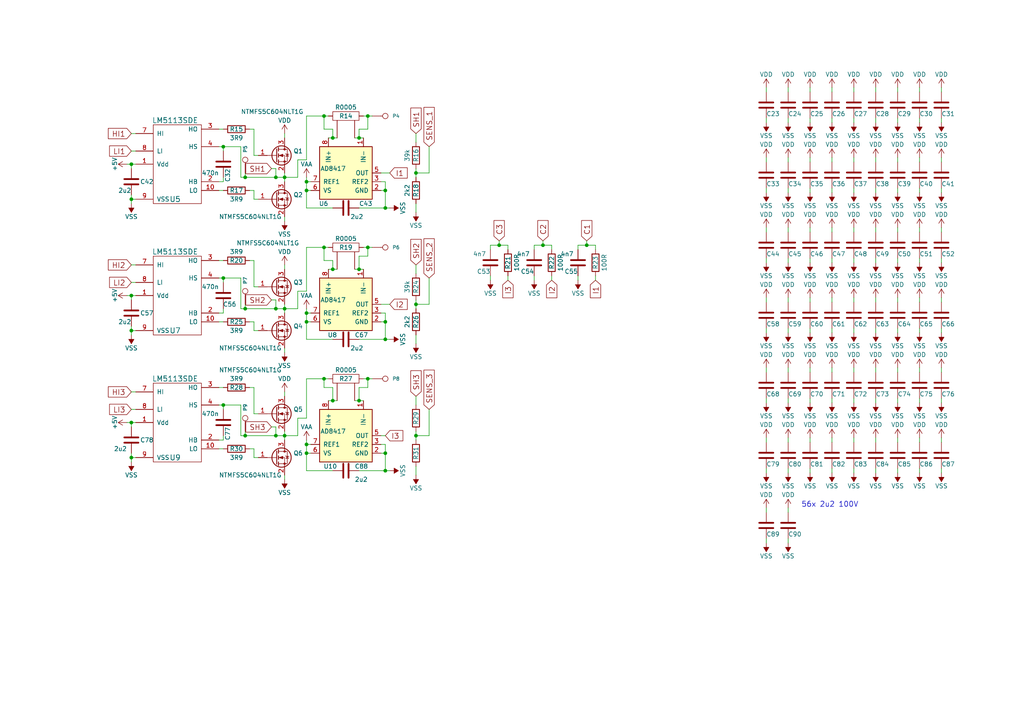
<source format=kicad_sch>
(kicad_sch (version 20211123) (generator eeschema)
  (paper "A4")
  (junction (at 96.52 78.105))
  (junction (at 170.18 71.12))
  (junction (at 106.68 71.755))
  (junction (at 104.14 116.205))
  (junction (at 111.76 98.425))
  (junction (at 82.55 126.365))
  (junction (at 111.76 131.445))
  (junction (at 64.77 80.645))
  (junction (at 106.68 109.855))
  (junction (at 38.1 85.725))
  (junction (at 88.9 131.445))
  (junction (at 38.1 57.785))
  (junction (at 80.01 51.435))
  (junction (at 96.52 40.005))
  (junction (at 82.55 51.435))
  (junction (at 93.98 33.655))
  (junction (at 88.9 90.805))
  (junction (at 120.65 50.165))
  (junction (at 106.68 33.655))
  (junction (at 88.9 93.345))
  (junction (at 80.01 89.535))
  (junction (at 93.98 109.855))
  (junction (at 157.48 71.12))
  (junction (at 38.1 95.885))
  (junction (at 120.65 126.365))
  (junction (at 111.76 55.245))
  (junction (at 71.12 51.435))
  (junction (at 82.55 89.535))
  (junction (at 88.9 52.705))
  (junction (at 38.1 132.715))
  (junction (at 80.01 126.365))
  (junction (at 111.76 93.345))
  (junction (at 111.76 136.525))
  (junction (at 104.14 78.105))
  (junction (at 93.98 71.755))
  (junction (at 120.65 88.265))
  (junction (at 104.14 40.005))
  (junction (at 111.76 60.325))
  (junction (at 38.1 47.625))
  (junction (at 96.52 116.205))
  (junction (at 64.77 42.545))
  (junction (at 38.1 122.555))
  (junction (at 144.78 71.12))
  (junction (at 88.9 128.905))
  (junction (at 71.12 89.535))
  (junction (at 64.77 117.475))
  (junction (at 71.12 126.365))
  (junction (at 88.9 55.245))
  (wire (pts (xy 273.05 26.67) (xy 273.05 25.4)))
  (wire (pts (xy 82.55 51.435) (xy 86.36 51.435)))
  (wire (pts (xy 39.37 132.715) (xy 38.1 132.715)))
  (wire (pts (xy 106.68 109.855) (xy 106.68 112.395)))
  (wire (pts (xy 110.49 88.265) (xy 113.03 88.265)))
  (wire (pts (xy 260.35 107.95) (xy 260.35 106.68)))
  (wire (pts (xy 106.68 109.855) (xy 107.95 109.855)))
  (wire (pts (xy 69.85 89.535) (xy 71.12 89.535)))
  (wire (pts (xy 82.55 139.065) (xy 82.55 137.795)))
  (wire (pts (xy 88.9 136.525) (xy 96.52 136.525)))
  (wire (pts (xy 120.65 86.995) (xy 120.65 88.265)))
  (wire (pts (xy 254 34.29) (xy 254 35.56)))
  (wire (pts (xy 106.68 37.465) (xy 106.68 33.655)))
  (wire (pts (xy 73.66 75.565) (xy 73.66 83.185)))
  (wire (pts (xy 228.6 67.31) (xy 228.6 66.04)))
  (wire (pts (xy 38.1 118.745) (xy 39.37 118.745)))
  (wire (pts (xy 222.25 35.56) (xy 222.25 34.29)))
  (wire (pts (xy 73.66 130.175) (xy 72.39 130.175)))
  (wire (pts (xy 241.3 67.31) (xy 241.3 66.04)))
  (wire (pts (xy 266.7 55.88) (xy 266.7 54.61)))
  (wire (pts (xy 88.9 46.355) (xy 88.9 33.655)))
  (wire (pts (xy 96.52 116.205) (xy 96.52 112.395)))
  (wire (pts (xy 71.12 126.365) (xy 80.01 126.365)))
  (wire (pts (xy 234.95 96.52) (xy 234.95 95.25)))
  (wire (pts (xy 102.87 40.005) (xy 104.14 40.005)))
  (wire (pts (xy 78.74 86.995) (xy 80.01 86.995)))
  (wire (pts (xy 228.6 25.4) (xy 228.6 26.67)))
  (wire (pts (xy 247.65 35.56) (xy 247.65 34.29)))
  (wire (pts (xy 110.49 131.445) (xy 111.76 131.445)))
  (wire (pts (xy 104.14 40.005) (xy 105.41 40.005)))
  (wire (pts (xy 80.01 86.995) (xy 80.01 89.535)))
  (wire (pts (xy 38.1 76.835) (xy 39.37 76.835)))
  (wire (pts (xy 273.05 87.63) (xy 273.05 86.36)))
  (wire (pts (xy 234.95 67.31) (xy 234.95 66.04)))
  (wire (pts (xy 64.77 130.175) (xy 63.5 130.175)))
  (wire (pts (xy 167.64 71.12) (xy 167.64 72.39)))
  (wire (pts (xy 228.6 128.27) (xy 228.6 127)))
  (wire (pts (xy 88.9 121.285) (xy 88.9 109.855)))
  (wire (pts (xy 254 45.72) (xy 254 46.99)))
  (wire (pts (xy 241.3 128.27) (xy 241.3 127)))
  (wire (pts (xy 247.65 26.67) (xy 247.65 25.4)))
  (wire (pts (xy 105.41 109.855) (xy 106.68 109.855)))
  (wire (pts (xy 228.6 76.2) (xy 228.6 74.93)))
  (wire (pts (xy 88.9 131.445) (xy 88.9 136.525)))
  (wire (pts (xy 104.14 60.325) (xy 111.76 60.325)))
  (wire (pts (xy 273.05 135.89) (xy 273.05 137.16)))
  (wire (pts (xy 86.36 46.355) (xy 88.9 46.355)))
  (wire (pts (xy 38.1 86.995) (xy 38.1 85.725)))
  (wire (pts (xy 222.25 86.36) (xy 222.25 87.63)))
  (wire (pts (xy 63.5 90.805) (xy 64.77 90.805)))
  (wire (pts (xy 82.55 126.365) (xy 86.36 126.365)))
  (wire (pts (xy 36.83 122.555) (xy 38.1 122.555)))
  (wire (pts (xy 63.5 117.475) (xy 64.77 117.475)))
  (wire (pts (xy 63.5 52.705) (xy 64.77 52.705)))
  (wire (pts (xy 64.77 90.805) (xy 64.77 89.535)))
  (wire (pts (xy 71.12 88.265) (xy 71.12 89.535)))
  (wire (pts (xy 90.17 52.705) (xy 88.9 52.705)))
  (wire (pts (xy 120.65 50.165) (xy 120.65 51.435)))
  (wire (pts (xy 228.6 137.16) (xy 228.6 135.89)))
  (wire (pts (xy 234.95 45.72) (xy 234.95 46.99)))
  (wire (pts (xy 73.66 95.885) (xy 73.66 93.345)))
  (wire (pts (xy 64.77 80.645) (xy 69.85 80.645)))
  (wire (pts (xy 82.55 102.235) (xy 82.55 100.965)))
  (wire (pts (xy 120.65 126.365) (xy 120.65 127.635)))
  (wire (pts (xy 110.49 126.365) (xy 111.76 126.365)))
  (wire (pts (xy 73.66 112.395) (xy 73.66 120.015)))
  (wire (pts (xy 73.66 37.465) (xy 72.39 37.465)))
  (wire (pts (xy 93.98 33.655) (xy 95.25 33.655)))
  (wire (pts (xy 266.7 74.93) (xy 266.7 76.2)))
  (wire (pts (xy 120.65 38.735) (xy 120.65 41.275)))
  (wire (pts (xy 38.1 81.915) (xy 39.37 81.915)))
  (wire (pts (xy 222.25 26.67) (xy 222.25 25.4)))
  (wire (pts (xy 73.66 83.185) (xy 74.93 83.185)))
  (wire (pts (xy 104.14 78.105) (xy 105.41 78.105)))
  (wire (pts (xy 120.65 126.365) (xy 124.46 126.365)))
  (wire (pts (xy 86.36 89.535) (xy 86.36 84.455)))
  (wire (pts (xy 260.35 55.88) (xy 260.35 54.61)))
  (wire (pts (xy 73.66 120.015) (xy 74.93 120.015)))
  (wire (pts (xy 241.3 35.56) (xy 241.3 34.29)))
  (wire (pts (xy 69.85 42.545) (xy 69.85 51.435)))
  (wire (pts (xy 157.48 69.85) (xy 157.48 71.12)))
  (wire (pts (xy 88.9 84.455) (xy 88.9 71.755)))
  (wire (pts (xy 102.87 78.105) (xy 104.14 78.105)))
  (wire (pts (xy 63.5 42.545) (xy 64.77 42.545)))
  (wire (pts (xy 90.17 55.245) (xy 88.9 55.245)))
  (wire (pts (xy 38.1 85.725) (xy 39.37 85.725)))
  (wire (pts (xy 39.37 57.785) (xy 38.1 57.785)))
  (wire (pts (xy 104.14 116.205) (xy 105.41 116.205)))
  (wire (pts (xy 144.78 69.85) (xy 144.78 71.12)))
  (wire (pts (xy 96.52 78.105) (xy 96.52 75.565)))
  (wire (pts (xy 228.6 157.48) (xy 228.6 156.21)))
  (wire (pts (xy 104.14 112.395) (xy 104.14 116.205)))
  (wire (pts (xy 247.65 86.36) (xy 247.65 87.63)))
  (wire (pts (xy 120.65 48.895) (xy 120.65 50.165)))
  (wire (pts (xy 228.6 34.29) (xy 228.6 35.56)))
  (wire (pts (xy 160.02 71.12) (xy 160.02 72.39)))
  (wire (pts (xy 88.9 90.805) (xy 88.9 93.345)))
  (wire (pts (xy 247.65 74.93) (xy 247.65 76.2)))
  (wire (pts (xy 241.3 137.16) (xy 241.3 135.89)))
  (wire (pts (xy 144.78 71.12) (xy 147.32 71.12)))
  (wire (pts (xy 38.1 95.885) (xy 39.37 95.885)))
  (wire (pts (xy 104.14 78.105) (xy 104.14 74.295)))
  (wire (pts (xy 82.55 113.665) (xy 82.55 114.935)))
  (wire (pts (xy 86.36 126.365) (xy 86.36 121.285)))
  (wire (pts (xy 88.9 52.705) (xy 88.9 55.245)))
  (wire (pts (xy 38.1 113.665) (xy 39.37 113.665)))
  (wire (pts (xy 241.3 26.67) (xy 241.3 25.4)))
  (wire (pts (xy 82.55 62.865) (xy 82.55 64.135)))
  (wire (pts (xy 266.7 46.99) (xy 266.7 45.72)))
  (wire (pts (xy 247.65 55.88) (xy 247.65 54.61)))
  (wire (pts (xy 241.3 46.99) (xy 241.3 45.72)))
  (wire (pts (xy 228.6 107.95) (xy 228.6 106.68)))
  (wire (pts (xy 254 115.57) (xy 254 116.84)))
  (wire (pts (xy 142.24 71.12) (xy 144.78 71.12)))
  (wire (pts (xy 222.25 148.59) (xy 222.25 147.32)))
  (wire (pts (xy 106.68 112.395) (xy 104.14 112.395)))
  (wire (pts (xy 170.18 69.85) (xy 170.18 71.12)))
  (wire (pts (xy 222.25 74.93) (xy 222.25 76.2)))
  (wire (pts (xy 247.65 128.27) (xy 247.65 127)))
  (wire (pts (xy 124.46 88.265) (xy 120.65 88.265)))
  (wire (pts (xy 154.94 71.12) (xy 157.48 71.12)))
  (wire (pts (xy 260.35 26.67) (xy 260.35 25.4)))
  (wire (pts (xy 222.25 45.72) (xy 222.25 46.99)))
  (wire (pts (xy 254 106.68) (xy 254 107.95)))
  (wire (pts (xy 73.66 57.785) (xy 73.66 55.245)))
  (wire (pts (xy 222.25 107.95) (xy 222.25 106.68)))
  (wire (pts (xy 234.95 116.84) (xy 234.95 115.57)))
  (wire (pts (xy 82.55 88.265) (xy 82.55 89.535)))
  (wire (pts (xy 124.46 50.165) (xy 124.46 42.545)))
  (wire (pts (xy 254 76.2) (xy 254 74.93)))
  (wire (pts (xy 86.36 51.435) (xy 86.36 46.355)))
  (wire (pts (xy 157.48 71.12) (xy 160.02 71.12)))
  (wire (pts (xy 234.95 107.95) (xy 234.95 106.68)))
  (wire (pts (xy 73.66 132.715) (xy 73.66 130.175)))
  (wire (pts (xy 111.76 55.245) (xy 111.76 60.325)))
  (wire (pts (xy 260.35 87.63) (xy 260.35 86.36)))
  (wire (pts (xy 73.66 75.565) (xy 72.39 75.565)))
  (wire (pts (xy 104.14 98.425) (xy 111.76 98.425)))
  (wire (pts (xy 95.25 40.005) (xy 96.52 40.005)))
  (wire (pts (xy 96.52 116.205) (xy 97.79 116.205)))
  (wire (pts (xy 260.35 96.52) (xy 260.35 95.25)))
  (wire (pts (xy 88.9 128.905) (xy 88.9 131.445)))
  (wire (pts (xy 106.68 74.295) (xy 106.68 71.755)))
  (wire (pts (xy 63.5 55.245) (xy 64.77 55.245)))
  (wire (pts (xy 82.55 126.365) (xy 82.55 127.635)))
  (wire (pts (xy 234.95 76.2) (xy 234.95 74.93)))
  (wire (pts (xy 260.35 46.99) (xy 260.35 45.72)))
  (wire (pts (xy 254 96.52) (xy 254 95.25)))
  (wire (pts (xy 64.77 117.475) (xy 64.77 118.745)))
  (wire (pts (xy 63.5 37.465) (xy 64.77 37.465)))
  (wire (pts (xy 64.77 42.545) (xy 69.85 42.545)))
  (wire (pts (xy 120.65 59.055) (xy 120.65 61.595)))
  (wire (pts (xy 63.5 112.395) (xy 64.77 112.395)))
  (wire (pts (xy 124.46 80.645) (xy 124.46 88.265)))
  (wire (pts (xy 93.98 112.395) (xy 93.98 109.855)))
  (wire (pts (xy 273.05 106.68) (xy 273.05 107.95)))
  (wire (pts (xy 228.6 116.84) (xy 228.6 115.57)))
  (wire (pts (xy 82.55 89.535) (xy 86.36 89.535)))
  (wire (pts (xy 88.9 60.325) (xy 96.52 60.325)))
  (wire (pts (xy 63.5 80.645) (xy 64.77 80.645)))
  (wire (pts (xy 71.12 50.165) (xy 71.12 51.435)))
  (wire (pts (xy 228.6 96.52) (xy 228.6 95.25)))
  (wire (pts (xy 88.9 71.755) (xy 93.98 71.755)))
  (wire (pts (xy 36.83 47.625) (xy 38.1 47.625)))
  (wire (pts (xy 69.85 117.475) (xy 69.85 126.365)))
  (wire (pts (xy 147.32 80.01) (xy 147.32 81.28)))
  (wire (pts (xy 63.5 93.345) (xy 64.77 93.345)))
  (wire (pts (xy 260.35 35.56) (xy 260.35 34.29)))
  (wire (pts (xy 222.25 54.61) (xy 222.25 55.88)))
  (wire (pts (xy 266.7 106.68) (xy 266.7 107.95)))
  (wire (pts (xy 106.68 33.655) (xy 107.95 33.655)))
  (wire (pts (xy 95.25 116.205) (xy 96.52 116.205)))
  (wire (pts (xy 38.1 47.625) (xy 39.37 47.625)))
  (wire (pts (xy 96.52 40.005) (xy 96.52 37.465)))
  (wire (pts (xy 73.66 112.395) (xy 72.39 112.395)))
  (wire (pts (xy 273.05 35.56) (xy 273.05 34.29)))
  (wire (pts (xy 160.02 80.01) (xy 160.02 81.28)))
  (wire (pts (xy 64.77 75.565) (xy 63.5 75.565)))
  (wire (pts (xy 105.41 71.755) (xy 106.68 71.755)))
  (wire (pts (xy 104.14 74.295) (xy 106.68 74.295)))
  (wire (pts (xy 82.55 89.535) (xy 82.55 90.805)))
  (wire (pts (xy 64.77 52.705) (xy 64.77 51.435)))
  (wire (pts (xy 234.95 128.27) (xy 234.95 127)))
  (wire (pts (xy 96.52 78.105) (xy 95.25 78.105)))
  (wire (pts (xy 273.05 55.88) (xy 273.05 54.61)))
  (wire (pts (xy 78.74 123.825) (xy 80.01 123.825)))
  (wire (pts (xy 104.14 40.005) (xy 104.14 37.465)))
  (wire (pts (xy 80.01 48.895) (xy 80.01 51.435)))
  (wire (pts (xy 69.85 126.365) (xy 71.12 126.365)))
  (wire (pts (xy 63.5 127.635) (xy 64.77 127.635)))
  (wire (pts (xy 154.94 80.01) (xy 154.94 81.28)))
  (wire (pts (xy 78.74 48.895) (xy 80.01 48.895)))
  (wire (pts (xy 266.7 26.67) (xy 266.7 25.4)))
  (wire (pts (xy 247.65 46.99) (xy 247.65 45.72)))
  (wire (pts (xy 96.52 40.005) (xy 97.79 40.005)))
  (wire (pts (xy 167.64 80.01) (xy 167.64 81.28)))
  (wire (pts (xy 111.76 60.325) (xy 113.03 60.325)))
  (wire (pts (xy 228.6 87.63) (xy 228.6 86.36)))
  (wire (pts (xy 234.95 137.16) (xy 234.95 135.89)))
  (wire (pts (xy 88.9 89.535) (xy 88.9 90.805)))
  (wire (pts (xy 36.83 85.725) (xy 38.1 85.725)))
  (wire (pts (xy 260.35 128.27) (xy 260.35 127)))
  (wire (pts (xy 247.65 66.04) (xy 247.65 67.31)))
  (wire (pts (xy 80.01 126.365) (xy 82.55 126.365)))
  (wire (pts (xy 234.95 87.63) (xy 234.95 86.36)))
  (wire (pts (xy 234.95 26.67) (xy 234.95 25.4)))
  (wire (pts (xy 111.76 98.425) (xy 111.76 93.345)))
  (wire (pts (xy 88.9 128.905) (xy 90.17 128.905)))
  (wire (pts (xy 260.35 76.2) (xy 260.35 74.93)))
  (wire (pts (xy 110.49 93.345) (xy 111.76 93.345)))
  (wire (pts (xy 266.7 115.57) (xy 266.7 116.84)))
  (wire (pts (xy 111.76 136.525) (xy 113.03 136.525)))
  (wire (pts (xy 86.36 84.455) (xy 88.9 84.455)))
  (wire (pts (xy 71.12 125.095) (xy 71.12 126.365)))
  (wire (pts (xy 86.36 121.285) (xy 88.9 121.285)))
  (wire (pts (xy 266.7 66.04) (xy 266.7 67.31)))
  (wire (pts (xy 82.55 76.835) (xy 82.55 78.105)))
  (wire (pts (xy 82.55 51.435) (xy 82.55 52.705)))
  (wire (pts (xy 228.6 148.59) (xy 228.6 147.32)))
  (wire (pts (xy 38.1 43.815) (xy 39.37 43.815)))
  (wire (pts (xy 82.55 50.165) (xy 82.55 51.435)))
  (wire (pts (xy 111.76 131.445) (xy 111.76 128.905)))
  (wire (pts (xy 273.05 96.52) (xy 273.05 95.25)))
  (wire (pts (xy 64.77 81.915) (xy 64.77 80.645)))
  (wire (pts (xy 266.7 87.63) (xy 266.7 86.36)))
  (wire (pts (xy 111.76 55.245) (xy 110.49 55.245)))
  (wire (pts (xy 106.68 71.755) (xy 107.95 71.755)))
  (wire (pts (xy 222.25 116.84) (xy 222.25 115.57)))
  (wire (pts (xy 82.55 38.735) (xy 82.55 40.005)))
  (wire (pts (xy 111.76 136.525) (xy 111.76 131.445)))
  (wire (pts (xy 111.76 128.905) (xy 110.49 128.905)))
  (wire (pts (xy 96.52 37.465) (xy 93.98 37.465)))
  (wire (pts (xy 247.65 107.95) (xy 247.65 106.68)))
  (wire (pts (xy 222.25 128.27) (xy 222.25 127)))
  (wire (pts (xy 64.77 127.635) (xy 64.77 126.365)))
  (wire (pts (xy 241.3 87.63) (xy 241.3 86.36)))
  (wire (pts (xy 120.65 135.255) (xy 120.65 137.795)))
  (wire (pts (xy 222.25 157.48) (xy 222.25 156.21)))
  (wire (pts (xy 73.66 132.715) (xy 74.93 132.715)))
  (wire (pts (xy 273.05 76.2) (xy 273.05 74.93)))
  (wire (pts (xy 97.79 78.105) (xy 96.52 78.105)))
  (wire (pts (xy 120.65 97.155) (xy 120.65 99.695)))
  (wire (pts (xy 93.98 109.855) (xy 95.25 109.855)))
  (wire (pts (xy 142.24 72.39) (xy 142.24 71.12)))
  (wire (pts (xy 222.25 137.16) (xy 222.25 135.89)))
  (wire (pts (xy 73.66 55.245) (xy 72.39 55.245)))
  (wire (pts (xy 73.66 45.085) (xy 74.93 45.085)))
  (wire (pts (xy 38.1 94.615) (xy 38.1 95.885)))
  (wire (pts (xy 241.3 96.52) (xy 241.3 95.25)))
  (wire (pts (xy 71.12 51.435) (xy 80.01 51.435)))
  (wire (pts (xy 110.49 50.165) (xy 113.03 50.165)))
  (wire (pts (xy 82.55 125.095) (xy 82.55 126.365)))
  (wire (pts (xy 73.66 57.785) (xy 74.93 57.785)))
  (wire (pts (xy 260.35 116.84) (xy 260.35 115.57)))
  (wire (pts (xy 38.1 95.885) (xy 38.1 97.155)))
  (wire (pts (xy 38.1 48.895) (xy 38.1 47.625)))
  (wire (pts (xy 254 87.63) (xy 254 86.36)))
  (wire (pts (xy 96.52 75.565) (xy 93.98 75.565)))
  (wire (pts (xy 38.1 123.825) (xy 38.1 122.555)))
  (wire (pts (xy 105.41 33.655) (xy 106.68 33.655)))
  (wire (pts (xy 228.6 46.99) (xy 228.6 45.72)))
  (wire (pts (xy 88.9 55.245) (xy 88.9 60.325)))
  (wire (pts (xy 38.1 56.515) (xy 38.1 57.785)))
  (wire (pts (xy 260.35 67.31) (xy 260.35 66.04)))
  (wire (pts (xy 120.65 88.265) (xy 120.65 89.535)))
  (wire (pts (xy 254 54.61) (xy 254 55.88)))
  (wire (pts (xy 38.1 38.735) (xy 39.37 38.735)))
  (wire (pts (xy 88.9 98.425) (xy 96.52 98.425)))
  (wire (pts (xy 93.98 75.565) (xy 93.98 71.755)))
  (wire (pts (xy 93.98 71.755) (xy 95.25 71.755)))
  (wire (pts (xy 38.1 132.715) (xy 38.1 133.985)))
  (wire (pts (xy 88.9 93.345) (xy 90.17 93.345)))
  (wire (pts (xy 172.72 72.39) (xy 172.72 71.12)))
  (wire (pts (xy 234.95 35.56) (xy 234.95 34.29)))
  (wire (pts (xy 142.24 80.01) (xy 142.24 81.28)))
  (wire (pts (xy 266.7 35.56) (xy 266.7 34.29)))
  (wire (pts (xy 254 67.31) (xy 254 66.04)))
  (wire (pts (xy 80.01 123.825) (xy 80.01 126.365)))
  (wire (pts (xy 73.66 95.885) (xy 74.93 95.885)))
  (wire (pts (xy 80.01 51.435) (xy 82.55 51.435)))
  (wire (pts (xy 273.05 66.04) (xy 273.05 67.31)))
  (wire (pts (xy 124.46 126.365) (xy 124.46 118.745)))
  (wire (pts (xy 102.87 116.205) (xy 104.14 116.205)))
  (wire (pts (xy 69.85 51.435) (xy 71.12 51.435)))
  (wire (pts (xy 38.1 131.445) (xy 38.1 132.715)))
  (wire (pts (xy 241.3 116.84) (xy 241.3 115.57)))
  (wire (pts (xy 38.1 57.785) (xy 38.1 59.055)))
  (wire (pts (xy 222.25 95.25) (xy 222.25 96.52)))
  (wire (pts (xy 88.9 33.655) (xy 93.98 33.655)))
  (wire (pts (xy 111.76 52.705) (xy 111.76 55.245)))
  (wire (pts (xy 120.65 114.935) (xy 120.65 117.475)))
  (wire (pts (xy 111.76 98.425) (xy 113.03 98.425)))
  (wire (pts (xy 111.76 93.345) (xy 111.76 90.805)))
  (wire (pts (xy 273.05 127) (xy 273.05 128.27)))
  (wire (pts (xy 228.6 55.88) (xy 228.6 54.61)))
  (wire (pts (xy 88.9 109.855) (xy 93.98 109.855)))
  (wire (pts (xy 273.05 46.99) (xy 273.05 45.72)))
  (wire (pts (xy 266.7 127) (xy 266.7 128.27)))
  (wire (pts (xy 111.76 52.705) (xy 110.49 52.705)))
  (wire (pts (xy 73.66 93.345) (xy 72.39 93.345)))
  (wire (pts (xy 172.72 71.12) (xy 170.18 71.12)))
  (wire (pts (xy 273.05 115.57) (xy 273.05 116.84)))
  (wire (pts (xy 234.95 54.61) (xy 234.95 55.88)))
  (wire (pts (xy 104.14 136.525) (xy 111.76 136.525)))
  (wire (pts (xy 254 135.89) (xy 254 137.16)))
  (wire (pts (xy 247.65 95.25) (xy 247.65 96.52)))
  (wire (pts (xy 247.65 137.16) (xy 247.65 135.89)))
  (wire (pts (xy 147.32 71.12) (xy 147.32 72.39)))
  (wire (pts (xy 254 25.4) (xy 254 26.67)))
  (wire (pts (xy 88.9 131.445) (xy 90.17 131.445)))
  (wire (pts (xy 172.72 81.28) (xy 172.72 80.01)))
  (wire (pts (xy 266.7 135.89) (xy 266.7 137.16)))
  (wire (pts (xy 69.85 80.645) (xy 69.85 89.535)))
  (wire (pts (xy 88.9 127.635) (xy 88.9 128.905)))
  (wire (pts (xy 260.35 137.16) (xy 260.35 135.89)))
  (wire (pts (xy 64.77 42.545) (xy 64.77 43.815)))
  (wire (pts (xy 241.3 107.95) (xy 241.3 106.68)))
  (wire (pts (xy 222.25 66.04) (xy 222.25 67.31)))
  (wire (pts (xy 88.9 90.805) (xy 90.17 90.805)))
  (wire (pts (xy 120.65 76.835) (xy 120.65 79.375)))
  (wire (pts (xy 88.9 93.345) (xy 88.9 98.425)))
  (wire (pts (xy 154.94 72.39) (xy 154.94 71.12)))
  (wire (pts (xy 170.18 71.12) (xy 167.64 71.12)))
  (wire (pts (xy 247.65 116.84) (xy 247.65 115.57)))
  (wire (pts (xy 80.01 89.535) (xy 82.55 89.535)))
  (wire (pts (xy 266.7 96.52) (xy 266.7 95.25)))
  (wire (pts (xy 38.1 122.555) (xy 39.37 122.555)))
  (wire (pts (xy 88.9 51.435) (xy 88.9 52.705)))
  (wire (pts (xy 111.76 90.805) (xy 110.49 90.805)))
  (wire (pts (xy 104.14 37.465) (xy 106.68 37.465)))
  (wire (pts (xy 120.65 50.165) (xy 124.46 50.165)))
  (wire (pts (xy 64.77 117.475) (xy 69.85 117.475)))
  (wire (pts (xy 120.65 125.095) (xy 120.65 126.365)))
  (wire (pts (xy 93.98 37.465) (xy 93.98 33.655)))
  (wire (pts (xy 254 127) (xy 254 128.27)))
  (wire (pts (xy 241.3 76.2) (xy 241.3 74.93)))
  (wire (pts (xy 96.52 112.395) (xy 93.98 112.395)))
  (wire (pts (xy 241.3 55.88) (xy 241.3 54.61)))
  (wire (pts (xy 71.12 89.535) (xy 80.01 89.535)))
  (wire (pts (xy 73.66 37.465) (xy 73.66 45.085)))
  (text "56x 2u2 100V" (at 232.41 147.32 0) (effects (font (size 1.524 1.524)) (justify left bottom)))
  (global_label "LI3" (shape input) (at 38.1 118.745 180) (effects (font (size 1.524 1.524))) (property "Intersheet References" "${INTERSHEET_REFS}" (effects hide)))
  (global_label "HI1" (shape input) (at 38.1 38.735 180) (effects (font (size 1.524 1.524))) (property "Intersheet References" "${INTERSHEET_REFS}" (effects hide)))
  (global_label "SH1" (shape input) (at 120.65 38.735 90) (effects (font (size 1.524 1.524))) (property "Intersheet References" "${INTERSHEET_REFS}" (effects hide)))
  (global_label "I3" (shape input) (at 147.32 81.28 270) (effects (font (size 1.524 1.524))) (property "Intersheet References" "${INTERSHEET_REFS}" (effects hide)))
  (global_label "I2" (shape input) (at 113.03 88.265 0) (effects (font (size 1.524 1.524))) (property "Intersheet References" "${INTERSHEET_REFS}" (effects hide)))
  (global_label "HI2" (shape input) (at 38.1 76.835 180) (effects (font (size 1.524 1.524))) (property "Intersheet References" "${INTERSHEET_REFS}" (effects hide)))
  (global_label "C3" (shape input) (at 144.78 69.85 90) (effects (font (size 1.524 1.524))) (property "Intersheet References" "${INTERSHEET_REFS}" (effects hide)))
  (global_label "I1" (shape input) (at 172.72 81.28 270) (effects (font (size 1.524 1.524))) (property "Intersheet References" "${INTERSHEET_REFS}" (effects hide)))
  (global_label "SH2" (shape input) (at 120.65 76.835 90) (effects (font (size 1.524 1.524))) (property "Intersheet References" "${INTERSHEET_REFS}" (effects hide)))
  (global_label "C1" (shape input) (at 170.18 69.85 90) (effects (font (size 1.524 1.524))) (property "Intersheet References" "${INTERSHEET_REFS}" (effects hide)))
  (global_label "HI3" (shape input) (at 38.1 113.665 180) (effects (font (size 1.524 1.524))) (property "Intersheet References" "${INTERSHEET_REFS}" (effects hide)))
  (global_label "SH3" (shape input) (at 120.65 114.935 90) (effects (font (size 1.524 1.524))) (property "Intersheet References" "${INTERSHEET_REFS}" (effects hide)))
  (global_label "LI1" (shape input) (at 38.1 43.815 180) (effects (font (size 1.524 1.524))) (property "Intersheet References" "${INTERSHEET_REFS}" (effects hide)))
  (global_label "I2" (shape input) (at 160.02 81.28 270) (effects (font (size 1.524 1.524))) (property "Intersheet References" "${INTERSHEET_REFS}" (effects hide)))
  (global_label "LI2" (shape input) (at 38.1 81.915 180) (effects (font (size 1.524 1.524))) (property "Intersheet References" "${INTERSHEET_REFS}" (effects hide)))
  (global_label "SH3" (shape input) (at 78.74 123.825 180) (effects (font (size 1.524 1.524))) (property "Intersheet References" "${INTERSHEET_REFS}" (effects hide)))
  (global_label "SENS_1" (shape input) (at 124.46 42.545 90) (effects (font (size 1.524 1.524))) (property "Intersheet References" "${INTERSHEET_REFS}" (effects hide)))
  (global_label "SH1" (shape input) (at 78.74 48.895 180) (effects (font (size 1.524 1.524))) (property "Intersheet References" "${INTERSHEET_REFS}" (effects hide)))
  (global_label "I1" (shape input) (at 113.03 50.165 0) (effects (font (size 1.524 1.524))) (property "Intersheet References" "${INTERSHEET_REFS}" (effects hide)))
  (global_label "I3" (shape input) (at 111.76 126.365 0) (effects (font (size 1.524 1.524))) (property "Intersheet References" "${INTERSHEET_REFS}" (effects hide)))
  (global_label "SENS_2" (shape input) (at 124.46 80.645 90) (effects (font (size 1.524 1.524))) (property "Intersheet References" "${INTERSHEET_REFS}" (effects hide)))
  (global_label "SENS_3" (shape input) (at 124.46 118.745 90) (effects (font (size 1.524 1.524))) (property "Intersheet References" "${INTERSHEET_REFS}" (effects hide)))
  (global_label "C2" (shape input) (at 157.48 69.85 90) (effects (font (size 1.524 1.524))) (property "Intersheet References" "${INTERSHEET_REFS}" (effects hide)))
  (global_label "SH2" (shape input) (at 78.74 86.995 180) (effects (font (size 1.524 1.524))) (property "Intersheet References" "${INTERSHEET_REFS}" (effects hide)))
  (symbol (lib_id "power:+5V") (at 36.83 85.725 90) (unit 1)
    (property "Reference" "#PWR0159" (effects hide))
    (property "Value" "+5V" (at 33.274 85.725 0))
  )
  (symbol (lib_id "power:+5V") (at 36.83 47.625 90) (unit 1)
    (property "Reference" "#PWR0163" (effects hide))
    (property "Value" "+5V" (at 33.274 47.625 0))
  )
  (symbol (lib_id "power:VDD") (at 241.3 127 0) (unit 1)
    (property "Reference" "#PWR0259" (effects hide))
    (property "Value" "VDD" (at 241.3 123.19 0))
  )
  (symbol (lib_id "power:VDD") (at 273.05 66.04 0) (unit 1)
    (property "Reference" "#PWR0190" (effects hide))
    (property "Value" "VDD" (at 273.05 62.23 0))
  )
  (symbol (lib_id "Device:C") (at 228.6 50.8 0) (unit 1)
    (property "Reference" "C34" (at 228.6 53.34 0) (effects (justify left)))
    (property "Value" "C" (effects hide))
    (property "Footprint" "Resistors_SMD:R_1206" (effects hide))
  )
  (symbol (lib_id "power:VSS") (at 113.03 98.425 270) (unit 1)
    (property "Reference" "#PWR0282" (effects hide))
    (property "Value" "VSS" (at 116.84 98.425 0))
  )
  (symbol (lib_id "power:VDD") (at 247.65 127 0) (unit 1)
    (property "Reference" "#PWR0258" (effects hide))
    (property "Value" "VDD" (at 247.65 123.19 0))
  )
  (symbol (lib_id "Device:R") (at 68.58 112.395 270) (unit 1)
    (property "Reference" "R28" (at 68.58 112.395 90))
    (property "Value" "3R9" (at 68.58 109.855 90))
    (property "Footprint" "Resistors_SMD:R_0603" (effects hide))
  )
  (symbol (lib_id "Device:C") (at 228.6 152.4 0) (unit 1)
    (property "Reference" "C90" (at 228.6 154.94 0) (effects (justify left)))
    (property "Value" "10u" (effects hide))
    (property "Footprint" "Resistors_SMD:R_1206" (effects hide))
  )
  (symbol (lib_id "power:VSS") (at 241.3 116.84 180) (unit 1)
    (property "Reference" "#PWR0175" (effects hide))
    (property "Value" "VSS" (at 241.3 120.65 0))
  )
  (symbol (lib_id "Device:Q_NMOS_GSD") (at 80.01 95.885 0) (unit 1)
    (property "Reference" "Q4" (at 85.09 94.615 0) (effects (justify left)))
    (property "Value" "NTMFS5C604NLT1G" (at 63.5 100.965 0) (effects (justify left)))
    (property "Footprint" "kicad_subory:DFN5" (effects hide))
    (property "Datasheet" "https://www.onsemi.com/pdf/datasheet/ntmfs5c604nl-d.pdf" (effects hide))
  )
  (symbol (lib_id "Device:C") (at 64.77 122.555 180) (unit 1)
    (property "Reference" "C77" (at 66.04 123.825 90) (effects (justify left)))
    (property "Value" "470n" (at 63.5 120.015 0) (effects (justify left)))
    (property "Footprint" "Capacitors_SMD:C_0603" (effects hide))
  )
  (symbol (lib_id "power:VDD") (at 241.3 86.36 0) (unit 1)
    (property "Reference" "#PWR0241" (effects hide))
    (property "Value" "VDD" (at 241.3 82.55 0))
  )
  (symbol (lib_id "Device:C") (at 234.95 111.76 0) (unit 1)
    (property "Reference" "C70" (at 234.95 114.3 0) (effects (justify left)))
    (property "Value" "C" (effects hide))
    (property "Footprint" "Resistors_SMD:R_1206" (effects hide))
  )
  (symbol (lib_id "Device:C") (at 247.65 91.44 0) (unit 1)
    (property "Reference" "C62" (at 247.65 93.98 0) (effects (justify left)))
    (property "Value" "C" (effects hide))
    (property "Footprint" "Resistors_SMD:R_1206" (effects hide))
  )
  (symbol (lib_id "power:VSS") (at 222.25 96.52 180) (unit 1)
    (property "Reference" "#PWR0181" (effects hide))
    (property "Value" "VSS" (at 222.25 100.33 0))
  )
  (symbol (lib_id "power:VSS") (at 120.65 137.795 180) (unit 1)
    (property "Reference" "#PWR0291" (effects hide))
    (property "Value" "VSS" (at 120.65 141.605 0))
  )
  (symbol (lib_id "power:VDD") (at 228.6 106.68 0) (unit 1)
    (property "Reference" "#PWR0182" (effects hide))
    (property "Value" "VDD" (at 228.6 102.87 0))
  )
  (symbol (lib_id "Device:C") (at 228.6 111.76 0) (unit 1)
    (property "Reference" "C69" (at 228.6 114.3 0) (effects (justify left)))
    (property "Value" "10u" (effects hide))
    (property "Footprint" "Resistors_SMD:R_1206" (effects hide))
  )
  (symbol (lib_id "power:VSS") (at 266.7 96.52 180) (unit 1)
    (property "Reference" "#PWR0263" (effects hide))
    (property "Value" "VSS" (at 266.7 100.33 0))
  )
  (symbol (lib_id "power:VSS") (at 266.7 55.88 180) (unit 1)
    (property "Reference" "#PWR0205" (effects hide))
    (property "Value" "VSS" (at 266.7 59.69 0))
  )
  (symbol (lib_id "Device:C") (at 247.65 71.12 0) (unit 1)
    (property "Reference" "C48" (at 247.65 73.66 0) (effects (justify left)))
    (property "Value" "C" (effects hide))
    (property "Footprint" "Resistors_SMD:R_1206" (effects hide))
  )
  (symbol (lib_id "power:VDD") (at 234.95 66.04 0) (unit 1)
    (property "Reference" "#PWR0237" (effects hide))
    (property "Value" "VDD" (at 234.95 62.23 0))
  )
  (symbol (lib_id "Device:C") (at 234.95 30.48 0) (unit 1)
    (property "Reference" "C25" (at 234.95 33.02 0) (effects (justify left)))
    (property "Value" "C" (effects hide))
    (property "Footprint" "Resistors_SMD:R_1206" (effects hide))
  )
  (symbol (lib_id "power:VSS") (at 113.03 136.525 270) (unit 1)
    (property "Reference" "#PWR0279" (effects hide))
    (property "Value" "VSS" (at 116.84 136.525 0))
  )
  (symbol (lib_id "power:VSS") (at 228.6 157.48 180) (unit 1)
    (property "Reference" "#PWR0257" (effects hide))
    (property "Value" "VSS" (at 228.6 161.29 0))
  )
  (symbol (lib_id "Device:C") (at 273.05 71.12 0) (unit 1)
    (property "Reference" "C52" (at 273.05 73.66 0) (effects (justify left)))
    (property "Value" "10u" (effects hide))
    (property "Footprint" "Resistors_SMD:R_1206" (effects hide))
  )
  (symbol (lib_id "power:VSS") (at 228.6 35.56 180) (unit 1)
    (property "Reference" "#PWR0224" (effects hide))
    (property "Value" "VSS" (at 228.6 39.37 0))
  )
  (symbol (lib_id "power:VDD") (at 260.35 45.72 0) (unit 1)
    (property "Reference" "#PWR0214" (effects hide))
    (property "Value" "VDD" (at 260.35 41.91 0))
  )
  (symbol (lib_id "power:VSS") (at 247.65 55.88 180) (unit 1)
    (property "Reference" "#PWR0208" (effects hide))
    (property "Value" "VSS" (at 247.65 59.69 0))
  )
  (symbol (lib_id "Device:C") (at 64.77 47.625 180) (unit 1)
    (property "Reference" "C32" (at 66.04 48.895 90) (effects (justify left)))
    (property "Value" "470n" (at 63.5 50.165 0) (effects (justify left)))
    (property "Footprint" "Capacitors_SMD:C_0603" (effects hide))
  )
  (symbol (lib_id "Device:C") (at 154.94 76.2 180) (unit 1)
    (property "Reference" "C54" (at 154.94 78.74 0) (effects (justify left)))
    (property "Value" "4n7" (at 153.67 73.66 0) (effects (justify left)))
    (property "Footprint" "Capacitors_SMD:C_0603" (effects hide))
  )
  (symbol (lib_id "Device:R") (at 68.58 130.175 90) (unit 1)
    (property "Reference" "R30" (at 68.58 130.175 90))
    (property "Value" "3R9" (at 68.58 132.715 90))
    (property "Footprint" "Resistors_SMD:R_0603" (effects hide))
  )
  (symbol (lib_id "Device:C") (at 222.25 71.12 0) (unit 1)
    (property "Reference" "C44" (at 222.25 73.66 0) (effects (justify left)))
    (property "Value" "C" (effects hide))
    (property "Footprint" "Resistors_SMD:R_1206" (effects hide))
  )
  (symbol (lib_id "power:VDD") (at 222.25 106.68 0) (unit 1)
    (property "Reference" "#PWR0183" (effects hide))
    (property "Value" "VDD" (at 222.25 102.87 0))
  )
  (symbol (lib_id "power:VSS") (at 254 76.2 180) (unit 1)
    (property "Reference" "#PWR0196" (effects hide))
    (property "Value" "VSS" (at 254 80.01 0))
  )
  (symbol (lib_id "power:VSS") (at 120.65 99.695 180) (unit 1)
    (property "Reference" "#PWR0290" (effects hide))
    (property "Value" "VSS" (at 120.65 103.505 0))
  )
  (symbol (lib_id "power:VDD") (at 266.7 25.4 0) (unit 1)
    (property "Reference" "#PWR0199" (effects hide))
    (property "Value" "VDD" (at 266.7 21.59 0))
  )
  (symbol (lib_id "Device:R") (at 172.72 76.2 180) (unit 1)
    (property "Reference" "R23" (at 172.72 76.2 90))
    (property "Value" "100R" (at 175.26 76.2 90))
    (property "Footprint" "Resistors_SMD:R_0603" (effects hide))
  )
  (symbol (lib_id "power:VSS") (at 247.65 137.16 180) (unit 1)
    (property "Reference" "#PWR0248" (effects hide))
    (property "Value" "VSS" (at 247.65 140.97 0))
  )
  (symbol (lib_id "power:VSS") (at 254 116.84 180) (unit 1)
    (property "Reference" "#PWR0262" (effects hide))
    (property "Value" "VSS" (at 254 120.65 0))
  )
  (symbol (lib_id "Device:R") (at 120.65 93.345 180) (unit 1)
    (property "Reference" "R26" (at 120.65 93.345 90))
    (property "Value" "2k2" (at 118.11 93.345 90))
    (property "Footprint" "Resistors_SMD:R_0603" (effects hide))
  )
  (symbol (lib_id "Device:C") (at 260.35 132.08 0) (unit 1)
    (property "Reference" "C85" (at 260.35 134.62 0) (effects (justify left)))
    (property "Value" "10u" (effects hide))
    (property "Footprint" "Resistors_SMD:R_1206" (effects hide))
  )
  (symbol (lib_id "Device:C") (at 254 71.12 0) (unit 1)
    (property "Reference" "C49" (at 254 73.66 0) (effects (justify left)))
    (property "Value" "C" (effects hide))
    (property "Footprint" "Resistors_SMD:R_1206" (effects hide))
  )
  (symbol (lib_id "power:VSS") (at 222.25 137.16 180) (unit 1)
    (property "Reference" "#PWR0246" (effects hide))
    (property "Value" "VSS" (at 222.25 140.97 0))
  )
  (symbol (lib_id "power:VDD") (at 266.7 106.68 0) (unit 1)
    (property "Reference" "#PWR0276" (effects hide))
    (property "Value" "VDD" (at 266.7 102.87 0))
  )
  (symbol (lib_id "power:VDD") (at 241.3 106.68 0) (unit 1)
    (property "Reference" "#PWR0166" (effects hide))
    (property "Value" "VDD" (at 241.3 102.87 0))
  )
  (symbol (lib_id "power:VSS") (at 241.3 35.56 180) (unit 1)
    (property "Reference" "#PWR0229" (effects hide))
    (property "Value" "VSS" (at 241.3 39.37 0))
  )
  (symbol (lib_id "Device:Q_NMOS_GSD") (at 80.01 57.785 0) (unit 1)
    (property "Reference" "Q2" (at 85.09 56.515 0) (effects (justify left)))
    (property "Value" "NTMFS5C604NLT1G" (at 63.5 62.865 0) (effects (justify left)))
    (property "Footprint" "kicad_subory:DFN5" (effects hide))
    (property "Datasheet" "https://www.onsemi.com/pdf/datasheet/ntmfs5c604nl-d.pdf" (effects hide))
  )
  (symbol (lib_id "Device:C") (at 266.7 91.44 0) (unit 1)
    (property "Reference" "C65" (at 266.7 93.98 0) (effects (justify left)))
    (property "Value" "C" (effects hide))
    (property "Footprint" "Resistors_SMD:R_1206" (effects hide))
  )
  (symbol (lib_id "power:VSS") (at 167.64 81.28 180) (unit 1)
    (property "Reference" "#PWR0288" (effects hide))
    (property "Value" "VSS" (at 167.64 85.09 0))
  )
  (symbol (lib_id "power:VSS") (at 254 55.88 180) (unit 1)
    (property "Reference" "#PWR0207" (effects hide))
    (property "Value" "VSS" (at 254 59.69 0))
  )
  (symbol (lib_id "Device:R") (at 68.58 93.345 90) (unit 1)
    (property "Reference" "R25" (at 68.58 93.345 90))
    (property "Value" "3R9" (at 68.58 95.885 90))
    (property "Footprint" "Resistors_SMD:R_0603" (effects hide))
  )
  (symbol (lib_id "power:VSS") (at 120.65 61.595 180) (unit 1)
    (property "Reference" "#PWR0162" (effects hide))
    (property "Value" "VSS" (at 120.65 65.405 0))
  )
  (symbol (lib_id "power:VSS") (at 142.24 81.28 180) (unit 1)
    (property "Reference" "#PWR0287" (effects hide))
    (property "Value" "VSS" (at 142.24 85.09 0))
  )
  (symbol (lib_id "power:VSS") (at 228.6 137.16 180) (unit 1)
    (property "Reference" "#PWR0247" (effects hide))
    (property "Value" "VSS" (at 228.6 140.97 0))
  )
  (symbol (lib_id "power:VSS") (at 228.6 96.52 180) (unit 1)
    (property "Reference" "#PWR0180" (effects hide))
    (property "Value" "VSS" (at 228.6 100.33 0))
  )
  (symbol (lib_id "power:VDD") (at 273.05 45.72 0) (unit 1)
    (property "Reference" "#PWR0204" (effects hide))
    (property "Value" "VDD" (at 273.05 41.91 0))
  )
  (symbol (lib_id "Device:C") (at 247.65 111.76 0) (unit 1)
    (property "Reference" "C72" (at 247.65 114.3 0) (effects (justify left)))
    (property "Value" "10u" (effects hide))
    (property "Footprint" "Resistors_SMD:R_1206" (effects hide))
  )
  (symbol (lib_id "power:VSS") (at 38.1 97.155 180) (unit 1)
    (property "Reference" "#PWR0286" (effects hide))
    (property "Value" "VSS" (at 38.1 100.965 0))
  )
  (symbol (lib_id "Device:C") (at 273.05 132.08 0) (unit 1)
    (property "Reference" "C87" (at 273.05 134.62 0) (effects (justify left)))
    (property "Value" "10u" (effects hide))
    (property "Footprint" "Resistors_SMD:R_1206" (effects hide))
  )
  (symbol (lib_id "MINI VESC-rescue:CONN_1-RESCUE-MINI_VESC") (at 71.12 84.455 90) (unit 1)
    (property "Reference" "P7" (at 71.12 82.423 0) (effects (font (size 1.016 1.016)) (justify left)))
    (property "Value" "CONN_1" (effects hide))
    (property "Footprint" "kicad_subory:prekov" (effects hide))
  )
  (symbol (lib_id "Device:C") (at 247.65 132.08 0) (unit 1)
    (property "Reference" "C83" (at 247.65 134.62 0) (effects (justify left)))
    (property "Value" "10u" (effects hide))
    (property "Footprint" "Resistors_SMD:R_1206" (effects hide))
  )
  (symbol (lib_id "power:VSS") (at 266.7 116.84 180) (unit 1)
    (property "Reference" "#PWR0261" (effects hide))
    (property "Value" "VSS" (at 266.7 120.65 0))
  )
  (symbol (lib_id "Device:C") (at 273.05 91.44 0) (unit 1)
    (property "Reference" "C66" (at 273.05 93.98 0) (effects (justify left)))
    (property "Value" "C" (effects hide))
    (property "Footprint" "Resistors_SMD:R_1206" (effects hide))
  )
  (symbol (lib_id "MINI VESC-rescue:CONN_1-RESCUE-MINI_VESC") (at 111.76 109.855 0) (unit 1)
    (property "Reference" "P8" (at 113.792 109.855 0) (effects (font (size 1.016 1.016)) (justify left)))
    (property "Value" "CONN_1" (effects hide))
    (property "Footprint" "kicad_subory:prekov" (effects hide))
  )
  (symbol (lib_id "Device:C") (at 266.7 132.08 0) (unit 1)
    (property "Reference" "C86" (at 266.7 134.62 0) (effects (justify left)))
    (property "Value" "10u" (effects hide))
    (property "Footprint" "Resistors_SMD:R_1206" (effects hide))
  )
  (symbol (lib_id "power:VSS") (at 266.7 137.16 180) (unit 1)
    (property "Reference" "#PWR0272" (effects hide))
    (property "Value" "VSS" (at 266.7 140.97 0))
  )
  (symbol (lib_id "Device:C") (at 254 132.08 0) (unit 1)
    (property "Reference" "C84" (at 254 134.62 0) (effects (justify left)))
    (property "Value" "10u" (effects hide))
    (property "Footprint" "Resistors_SMD:R_1206" (effects hide))
  )
  (symbol (lib_id "power:VDD") (at 222.25 147.32 0) (unit 1)
    (property "Reference" "#PWR0251" (effects hide))
    (property "Value" "VDD" (at 222.25 143.51 0))
  )
  (symbol (lib_id "power:VSS") (at 222.25 116.84 180) (unit 1)
    (property "Reference" "#PWR0260" (effects hide))
    (property "Value" "VSS" (at 222.25 120.65 0))
  )
  (symbol (lib_id "power:VSS") (at 266.7 76.2 180) (unit 1)
    (property "Reference" "#PWR0186" (effects hide))
    (property "Value" "VSS" (at 266.7 80.01 0))
  )
  (symbol (lib_id "power:VSS") (at 273.05 116.84 180) (unit 1)
    (property "Reference" "#PWR0270" (effects hide))
    (property "Value" "VSS" (at 273.05 120.65 0))
  )
  (symbol (lib_id "power:VDD") (at 234.95 127 0) (unit 1)
    (property "Reference" "#PWR0176" (effects hide))
    (property "Value" "VDD" (at 234.95 123.19 0))
  )
  (symbol (lib_id "power:VDD") (at 260.35 25.4 0) (unit 1)
    (property "Reference" "#PWR0209" (effects hide))
    (property "Value" "VDD" (at 260.35 21.59 0))
  )
  (symbol (lib_id "power:VSS") (at 38.1 133.985 180) (unit 1)
    (property "Reference" "#PWR0284" (effects hide))
    (property "Value" "VSS" (at 38.1 137.795 0))
  )
  (symbol (lib_id "Device:C") (at 228.6 132.08 0) (unit 1)
    (property "Reference" "C80" (at 228.6 134.62 0) (effects (justify left)))
    (property "Value" "10u" (effects hide))
    (property "Footprint" "Resistors_SMD:R_1206" (effects hide))
  )
  (symbol (lib_id "Device:C") (at 241.3 50.8 0) (unit 1)
    (property "Reference" "C36" (at 241.3 53.34 0) (effects (justify left)))
    (property "Value" "C" (effects hide))
    (property "Footprint" "Resistors_SMD:R_1206" (effects hide))
  )
  (symbol (lib_id "power:VDD") (at 254 45.72 0) (unit 1)
    (property "Reference" "#PWR0218" (effects hide))
    (property "Value" "VDD" (at 254 41.91 0))
  )
  (symbol (lib_id "power:VDD") (at 234.95 45.72 0) (unit 1)
    (property "Reference" "#PWR0222" (effects hide))
    (property "Value" "VDD" (at 234.95 41.91 0))
  )
  (symbol (lib_id "power:VSS") (at 82.55 139.065 180) (unit 1)
    (property "Reference" "#PWR0278" (effects hide))
    (property "Value" "VSS" (at 82.55 142.875 0))
  )
  (symbol (lib_id "Device:C") (at 266.7 30.48 0) (unit 1)
    (property "Reference" "C30" (at 266.7 33.02 0) (effects (justify left)))
    (property "Value" "C" (effects hide))
    (property "Footprint" "Resistors_SMD:R_1206" (effects hide))
  )
  (symbol (lib_id "power:VSS") (at 260.35 137.16 180) (unit 1)
    (property "Reference" "#PWR0274" (effects hide))
    (property "Value" "VSS" (at 260.35 140.97 0))
  )
  (symbol (lib_id "power:VDD") (at 260.35 127 0) (unit 1)
    (property "Reference" "#PWR0267" (effects hide))
    (property "Value" "VDD" (at 260.35 123.19 0))
  )
  (symbol (lib_id "power:VDD") (at 234.95 25.4 0) (unit 1)
    (property "Reference" "#PWR0221" (effects hide))
    (property "Value" "VDD" (at 234.95 21.59 0))
  )
  (symbol (lib_id "power:VSS") (at 260.35 76.2 180) (unit 1)
    (property "Reference" "#PWR0185" (effects hide))
    (property "Value" "VSS" (at 260.35 80.01 0))
  )
  (symbol (lib_id "power:VSS") (at 38.1 59.055 180) (unit 1)
    (property "Reference" "#PWR0164" (effects hide))
    (property "Value" "VSS" (at 38.1 62.865 0))
  )
  (symbol (lib_id "power:VSS") (at 234.95 137.16 180) (unit 1)
    (property "Reference" "#PWR0250" (effects hide))
    (property "Value" "VSS" (at 234.95 140.97 0))
  )
  (symbol (lib_id "power:VDD") (at 273.05 106.68 0) (unit 1)
    (property "Reference" "#PWR0275" (effects hide))
    (property "Value" "VDD" (at 273.05 102.87 0))
  )
  (symbol (lib_id "power:VSS") (at 228.6 116.84 180) (unit 1)
    (property "Reference" "#PWR0178" (effects hide))
    (property "Value" "VSS" (at 228.6 120.65 0))
  )
  (symbol (lib_id "power:VSS") (at 266.7 35.56 180) (unit 1)
    (property "Reference" "#PWR0202" (effects hide))
    (property "Value" "VSS" (at 266.7 39.37 0))
  )
  (symbol (lib_id "power:VDD") (at 247.65 25.4 0) (unit 1)
    (property "Reference" "#PWR0217" (effects hide))
    (property "Value" "VDD" (at 247.65 21.59 0))
  )
  (symbol (lib_id "power:VAA") (at 88.9 127.635 0) (unit 1)
    (property "Reference" "#PWR0283" (effects hide))
    (property "Value" "VAA" (at 88.9 123.825 0))
  )
  (symbol (lib_id "Device:C") (at 254 30.48 0) (unit 1)
    (property "Reference" "C28" (at 254 33.02 0) (effects (justify left)))
    (property "Value" "C" (effects hide))
    (property "Footprint" "Resistors_SMD:R_1206" (effects hide))
  )
  (symbol (lib_id "Device:R") (at 120.65 83.185 180) (unit 1)
    (property "Reference" "R24" (at 120.65 83.185 90))
    (property "Value" "39k" (at 118.11 83.185 90))
    (property "Footprint" "Resistors_SMD:R_0603" (effects hide))
  )
  (symbol (lib_id "power:VDD") (at 266.7 86.36 0) (unit 1)
    (property "Reference" "#PWR0184" (effects hide))
    (property "Value" "VDD" (at 266.7 82.55 0))
  )
  (symbol (lib_id "power:VSS") (at 273.05 96.52 180) (unit 1)
    (property "Reference" "#PWR0264" (effects hide))
    (property "Value" "VSS" (at 273.05 100.33 0))
  )
  (symbol (lib_id "power:VDD") (at 222.25 45.72 0) (unit 1)
    (property "Reference" "#PWR0223" (effects hide))
    (property "Value" "VDD" (at 222.25 41.91 0))
  )
  (symbol (lib_id "power:VSS") (at 247.65 96.52 180) (unit 1)
    (property "Reference" "#PWR0173" (effects hide))
    (property "Value" "VSS" (at 247.65 100.33 0))
  )
  (symbol (lib_id "power:VDD") (at 266.7 127 0) (unit 1)
    (property "Reference" "#PWR0174" (effects hide))
    (property "Value" "VDD" (at 266.7 123.19 0))
  )
  (symbol (lib_id "power:VSS") (at 247.65 35.56 180) (unit 1)
    (property "Reference" "#PWR0228" (effects hide))
    (property "Value" "VSS" (at 247.65 39.37 0))
  )
  (symbol (lib_id "Device:C") (at 260.35 50.8 0) (unit 1)
    (property "Reference" "C39" (at 260.35 53.34 0) (effects (justify left)))
    (property "Value" "C" (effects hide))
    (property "Footprint" "Resistors_SMD:R_1206" (effects hide))
  )
  (symbol (lib_id "power:VSS") (at 154.94 81.28 180) (unit 1)
    (property "Reference" "#PWR0289" (effects hide))
    (property "Value" "VSS" (at 154.94 85.09 0))
  )
  (symbol (lib_id "MINI VESC-rescue:LM5001-RESCUE-MINI_VESC") (at 50.8 47.625 0) (unit 1)
    (property "Reference" "U5" (at 50.8 57.785 0) (effects (font (size 1.524 1.524))))
    (property "Value" "LM5113SDE" (at 50.8 34.925 0) (effects (font (size 1.524 1.524))))
    (property "Footprint" "kicad_subory:WSON10__" (effects hide))
    (property "Datasheet" "https://www.ti.com/lit/ds/symlink/lm5113.pdf" (effects hide))
  )
  (symbol (lib_id "MINI VESC-rescue:LM5001-RESCUE-MINI_VESC") (at 50.8 122.555 0) (unit 1)
    (property "Reference" "U9" (at 50.8 132.715 0) (effects (font (size 1.524 1.524))))
    (property "Value" "LM5113SDE" (at 50.8 109.855 0) (effects (font (size 1.524 1.524))))
    (property "Footprint" "kicad_subory:WSON10__" (effects hide))
    (property "Datasheet" "https://www.ti.com/lit/ds/symlink/lm5113.pdf" (effects hide))
  )
  (symbol (lib_id "power:VSS") (at 241.3 55.88 180) (unit 1)
    (property "Reference" "#PWR0215" (effects hide))
    (property "Value" "VSS" (at 241.3 59.69 0))
  )
  (symbol (lib_id "power:VDD") (at 260.35 86.36 0) (unit 1)
    (property "Reference" "#PWR0193" (effects hide))
    (property "Value" "VDD" (at 260.35 82.55 0))
  )
  (symbol (lib_id "Device:C") (at 273.05 30.48 0) (unit 1)
    (property "Reference" "C31" (at 273.05 33.02 0) (effects (justify left)))
    (property "Value" "10u" (effects hide))
    (property "Footprint" "Resistors_SMD:R_1206" (effects hide))
  )
  (symbol (lib_id "power:VDD") (at 228.6 45.72 0) (unit 1)
    (property "Reference" "#PWR0225" (effects hide))
    (property "Value" "VDD" (at 228.6 41.91 0))
  )
  (symbol (lib_id "Device:C") (at 228.6 71.12 0) (unit 1)
    (property "Reference" "C45" (at 228.6 73.66 0) (effects (justify left)))
    (property "Value" "C" (effects hide))
    (property "Footprint" "Resistors_SMD:R_1206" (effects hide))
  )
  (symbol (lib_id "power:VDD") (at 247.65 106.68 0) (unit 1)
    (property "Reference" "#PWR0165" (effects hide))
    (property "Value" "VDD" (at 247.65 102.87 0))
  )
  (symbol (lib_id "power:VSS") (at 273.05 76.2 180) (unit 1)
    (property "Reference" "#PWR0195" (effects hide))
    (property "Value" "VSS" (at 273.05 80.01 0))
  )
  (symbol (lib_id "Device:C") (at 100.33 98.425 270) (unit 1)
    (property "Reference" "C67" (at 102.87 97.155 90) (effects (justify left)))
    (property "Value" "2u2" (at 101.6 100.965 90) (effects (justify left)))
    (property "Footprint" "Capacitors_SMD:C_0603" (effects hide))
  )
  (symbol (lib_id "Device:Q_NMOS_GSD") (at 80.01 132.715 0) (unit 1)
    (property "Reference" "Q6" (at 85.09 131.445 0) (effects (justify left)))
    (property "Value" "NTMFS5C604NLT1G" (at 63.5 137.795 0) (effects (justify left)))
    (property "Footprint" "kicad_subory:DFN5" (effects hide))
    (property "Datasheet" "https://www.onsemi.com/pdf/datasheet/ntmfs5c604nl-d.pdf" (effects hide))
  )
  (symbol (lib_id "power:VDD") (at 260.35 66.04 0) (unit 1)
    (property "Reference" "#PWR0198" (effects hide))
    (property "Value" "VDD" (at 260.35 62.23 0))
  )
  (symbol (lib_id "power:VSS") (at 247.65 76.2 180) (unit 1)
    (property "Reference" "#PWR0188" (effects hide))
    (property "Value" "VSS" (at 247.65 80.01 0))
  )
  (symbol (lib_id "Device:C") (at 247.65 30.48 0) (unit 1)
    (property "Reference" "C27" (at 247.65 33.02 0) (effects (justify left)))
    (property "Value" "C" (effects hide))
    (property "Footprint" "Resistors_SMD:R_1206" (effects hide))
  )
  (symbol (lib_id "power:VSS") (at 234.95 55.88 180) (unit 1)
    (property "Reference" "#PWR0231" (effects hide))
    (property "Value" "VSS" (at 234.95 59.69 0))
  )
  (symbol (lib_id "power:VDD") (at 228.6 127 0) (unit 1)
    (property "Reference" "#PWR0255" (effects hide))
    (property "Value" "VDD" (at 228.6 123.19 0))
  )
  (symbol (lib_id "power:VDD") (at 234.95 106.68 0) (unit 1)
    (property "Reference" "#PWR0167" (effects hide))
    (property "Value" "VDD" (at 234.95 102.87 0))
  )
  (symbol (lib_id "Device:C") (at 241.3 30.48 0) (unit 1)
    (property "Reference" "C26" (at 241.3 33.02 0) (effects (justify left)))
    (property "Value" "C" (effects hide))
    (property "Footprint" "Resistors_SMD:R_1206" (effects hide))
  )
  (symbol (lib_id "Device:C") (at 167.64 76.2 180) (unit 1)
    (property "Reference" "C55" (at 167.64 78.74 0) (effects (justify left)))
    (property "Value" "4n7" (at 166.37 73.66 0) (effects (justify left)))
    (property "Footprint" "Capacitors_SMD:C_0603" (effects hide))
  )
  (symbol (lib_id "Device:R") (at 68.58 37.465 270) (unit 1)
    (property "Reference" "R15" (at 68.58 37.465 90))
    (property "Value" "3R9" (at 68.58 40.005 90))
    (property "Footprint" "Resistors_SMD:R_0603" (effects hide))
  )
  (symbol (lib_id "power:VDD") (at 222.25 25.4 0) (unit 1)
    (property "Reference" "#PWR0234" (effects hide))
    (property "Value" "VDD" (at 222.25 21.59 0))
  )
  (symbol (lib_id "power:VDD") (at 273.05 86.36 0) (unit 1)
    (property "Reference" "#PWR0194" (effects hide))
    (property "Value" "VDD" (at 273.05 82.55 0))
  )
  (symbol (lib_id "Device:C") (at 234.95 91.44 0) (unit 1)
    (property "Reference" "C60" (at 234.95 93.98 0) (effects (justify left)))
    (property "Value" "C" (effects hide))
    (property "Footprint" "Resistors_SMD:R_1206" (effects hide))
  )
  (symbol (lib_id "power:VSS") (at 222.25 76.2 180) (unit 1)
    (property "Reference" "#PWR0179" (effects hide))
    (property "Value" "VSS" (at 222.25 80.01 0))
  )
  (symbol (lib_id "power:VDD") (at 222.25 86.36 0) (unit 1)
    (property "Reference" "#PWR0245" (effects hide))
    (property "Value" "VDD" (at 222.25 82.55 0))
  )
  (symbol (lib_id "power:VSS") (at 113.03 60.325 270) (unit 1)
    (property "Reference" "#PWR0157" (effects hide))
    (property "Value" "VSS" (at 116.84 60.325 0))
  )
  (symbol (lib_id "MINI VESC-rescue:LM5001-RESCUE-MINI_VESC") (at 50.8 85.725 0) (unit 1)
    (property "Reference" "U7" (at 50.8 95.885 0) (effects (font (size 1.524 1.524))))
    (property "Value" "LM5113SDE" (at 50.8 73.025 0) (effects (font (size 1.524 1.524))))
    (property "Footprint" "kicad_subory:WSON10__" (effects hide))
    (property "Datasheet" "https://www.ti.com/lit/ds/symlink/lm5113.pdf" (effects hide))
  )
  (symbol (lib_id "power:VSS") (at 82.55 64.135 180) (unit 1)
    (property "Reference" "#PWR0158" (effects hide))
    (property "Value" "VSS" (at 82.55 67.945 0))
  )
  (symbol (lib_id "Device:C") (at 254 111.76 0) (unit 1)
    (property "Reference" "C73" (at 254 114.3 0) (effects (justify left)))
    (property "Value" "10u" (effects hide))
    (property "Footprint" "Resistors_SMD:R_1206" (effects hide))
  )
  (symbol (lib_id "Device:R") (at 68.58 55.245 90) (unit 1)
    (property "Reference" "R17" (at 68.58 55.245 90))
    (property "Value" "3R9" (at 68.58 57.785 90))
    (property "Footprint" "Resistors_SMD:R_0603" (effects hide))
  )
  (symbol (lib_id "power:VSS") (at 273.05 55.88 180) (unit 1)
    (property "Reference" "#PWR0216" (effects hide))
    (property "Value" "VSS" (at 273.05 59.69 0))
  )
  (symbol (lib_id "Device:Q_NMOS_GSD") (at 80.01 45.085 0) (unit 1)
    (property "Reference" "Q1" (at 85.09 43.815 0) (effects (justify left)))
    (property "Value" "NTMFS5C604NLT1G" (at 69.85 32.385 0) (effects (justify left)))
    (property "Footprint" "kicad_subory:DFN5" (effects hide))
    (property "Datasheet" "https://www.onsemi.com/pdf/datasheet/ntmfs5c604nl-d.pdf" (effects hide))
  )
  (symbol (lib_id "Device:C") (at 222.25 152.4 0) (unit 1)
    (property "Reference" "C89" (at 222.25 154.94 0) (effects (justify left)))
    (property "Value" "10u" (effects hide))
    (property "Footprint" "Resistors_SMD:R_1206" (effects hide))
  )
  (symbol (lib_id "power:VDD") (at 222.25 127 0) (unit 1)
    (property "Reference" "#PWR0254" (effects hide))
    (property "Value" "VDD" (at 222.25 123.19 0))
  )
  (symbol (lib_id "Device:C") (at 247.65 50.8 0) (unit 1)
    (property "Reference" "C37" (at 247.65 53.34 0) (effects (justify left)))
    (property "Value" "C" (effects hide))
    (property "Footprint" "Resistors_SMD:R_1206" (effects hide))
  )
  (symbol (lib_id "power:VSS") (at 260.35 96.52 180) (unit 1)
    (property "Reference" "#PWR0171" (effects hide))
    (property "Value" "VSS" (at 260.35 100.33 0))
  )
  (symbol (lib_id "power:VSS") (at 247.65 116.84 180) (unit 1)
    (property "Reference" "#PWR0177" (effects hide))
    (property "Value" "VSS" (at 247.65 120.65 0))
  )
  (symbol (lib_id "Device:C") (at 38.1 90.805 0) (unit 1)
    (property "Reference" "C57" (at 40.64 90.805 0) (effects (justify left)))
    (property "Value" "2u2" (at 34.29 93.345 0) (effects (justify left)))
    (property "Footprint" "Capacitors_SMD:C_0603" (effects hide))
  )
  (symbol (lib_id "Device:C") (at 38.1 127.635 0) (unit 1)
    (property "Reference" "C78" (at 40.64 127.635 0) (effects (justify left)))
    (property "Value" "2u2" (at 33.02 130.175 0) (effects (justify left)))
    (property "Footprint" "Capacitors_SMD:C_0603" (effects hide))
  )
  (symbol (lib_id "power:VDD") (at 222.25 66.04 0) (unit 1)
    (property "Reference" "#PWR0236" (effects hide))
    (property "Value" "VDD" (at 222.25 62.23 0))
  )
  (symbol (lib_id "Device:C") (at 241.3 111.76 0) (unit 1)
    (property "Reference" "C71" (at 241.3 114.3 0) (effects (justify left)))
    (property "Value" "C" (effects hide))
    (property "Footprint" "Resistors_SMD:R_1206" (effects hide))
  )
  (symbol (lib_id "Device:C") (at 234.95 50.8 0) (unit 1)
    (property "Reference" "C35" (at 234.95 53.34 0) (effects (justify left)))
    (property "Value" "C" (effects hide))
    (property "Footprint" "Resistors_SMD:R_1206" (effects hide))
  )
  (symbol (lib_id "power:VDD") (at 234.95 86.36 0) (unit 1)
    (property "Reference" "#PWR0243" (effects hide))
    (property "Value" "VDD" (at 234.95 82.55 0))
  )
  (symbol (lib_id "Device:C") (at 142.24 76.2 180) (unit 1)
    (property "Reference" "C53" (at 142.24 78.74 0) (effects (justify left)))
    (property "Value" "4n7" (at 140.97 73.66 0) (effects (justify left)))
    (property "Footprint" "Capacitors_SMD:C_0603" (effects hide))
  )
  (symbol (lib_id "Device:C") (at 266.7 71.12 0) (unit 1)
    (property "Reference" "C51" (at 266.7 73.66 0) (effects (justify left)))
    (property "Value" "C" (effects hide))
    (property "Footprint" "Resistors_SMD:R_1206" (effects hide))
  )
  (symbol (lib_id "Device:C") (at 222.25 50.8 0) (unit 1)
    (property "Reference" "C33" (at 222.25 53.34 0) (effects (justify left)))
    (property "Value" "C" (effects hide))
    (property "Footprint" "Resistors_SMD:R_1206" (effects hide))
  )
  (symbol (lib_id "Device:C") (at 241.3 91.44 0) (unit 1)
    (property "Reference" "C61" (at 241.3 93.98 0) (effects (justify left)))
    (property "Value" "C" (effects hide))
    (property "Footprint" "Resistors_SMD:R_1206" (effects hide))
  )
  (symbol (lib_id "Device:C") (at 241.3 132.08 0) (unit 1)
    (property "Reference" "C82" (at 241.3 134.62 0) (effects (justify left)))
    (property "Value" "C" (effects hide))
    (property "Footprint" "Resistors_SMD:R_1206" (effects hide))
  )
  (symbol (lib_id "power:VDD") (at 228.6 25.4 0) (unit 1)
    (property "Reference" "#PWR0233" (effects hide))
    (property "Value" "VDD" (at 228.6 21.59 0))
  )
  (symbol (lib_id "Device:C") (at 222.25 91.44 0) (unit 1)
    (property "Reference" "C58" (at 222.25 93.98 0) (effects (justify left)))
    (property "Value" "C" (effects hide))
    (property "Footprint" "Resistors_SMD:R_1206" (effects hide))
  )
  (symbol (lib_id "power:VDD") (at 254 127 0) (unit 1)
    (property "Reference" "#PWR0266" (effects hide))
    (property "Value" "VDD" (at 254 123.19 0))
  )
  (symbol (lib_id "Device:C") (at 38.1 52.705 0) (unit 1)
    (property "Reference" "C42" (at 40.64 52.705 0) (effects (justify left)))
    (property "Value" "2u2" (at 34.29 55.245 0) (effects (justify left)))
    (property "Footprint" "Capacitors_SMD:C_0603" (effects hide))
  )
  (symbol (lib_id "Device:R") (at 120.65 45.085 180) (unit 1)
    (property "Reference" "R16" (at 120.65 45.085 90))
    (property "Value" "39k" (at 118.11 45.085 90))
    (property "Footprint" "Resistors_SMD:R_0603" (effects hide))
  )
  (symbol (lib_id "power:VDD") (at 82.55 113.665 0) (unit 1)
    (property "Reference" "#PWR0277" (effects hide))
    (property "Value" "VDD" (at 82.55 109.855 0))
  )
  (symbol (lib_id "power:VDD") (at 247.65 66.04 0) (unit 1)
    (property "Reference" "#PWR0238" (effects hide))
    (property "Value" "VDD" (at 247.65 62.23 0))
  )
  (symbol (lib_id "Device:C") (at 228.6 91.44 0) (unit 1)
    (property "Reference" "C59" (at 228.6 93.98 0) (effects (justify left)))
    (property "Value" "C" (effects hide))
    (property "Footprint" "Resistors_SMD:R_1206" (effects hide))
  )
  (symbol (lib_id "Device:C") (at 273.05 50.8 0) (unit 1)
    (property "Reference" "C41" (at 273.05 53.34 0) (effects (justify left)))
    (property "Value" "C" (effects hide))
    (property "Footprint" "Resistors_SMD:R_1206" (effects hide))
  )
  (symbol (lib_id "Device:C") (at 260.35 91.44 0) (unit 1)
    (property "Reference" "C64" (at 260.35 93.98 0) (effects (justify left)))
    (property "Value" "C" (effects hide))
    (property "Footprint" "Resistors_SMD:R_1206" (effects hide))
  )
  (symbol (lib_id "Device:C") (at 260.35 111.76 0) (unit 1)
    (property "Reference" "C74" (at 260.35 114.3 0) (effects (justify left)))
    (property "Value" "10u" (effects hide))
    (property "Footprint" "Resistors_SMD:R_1206" (effects hide))
  )
  (symbol (lib_id "power:VDD") (at 241.3 25.4 0) (unit 1)
    (property "Reference" "#PWR0211" (effects hide))
    (property "Value" "VDD" (at 241.3 21.59 0))
  )
  (symbol (lib_id "power:VSS") (at 228.6 55.88 180) (unit 1)
    (property "Reference" "#PWR0232" (effects hide))
    (property "Value" "VSS" (at 228.6 59.69 0))
  )
  (symbol (lib_id "MINI VESC-rescue:CONN_1-RESCUE-MINI_VESC") (at 111.76 71.755 0) (unit 1)
    (property "Reference" "P6" (at 113.792 71.755 0) (effects (font (size 1.016 1.016)) (justify left)))
    (property "Value" "CONN_1" (effects hide))
    (property "Footprint" "kicad_subory:prekov" (effects hide))
  )
  (symbol (lib_id "Device:R") (at 147.32 76.2 180) (unit 1)
    (property "Reference" "R21" (at 147.32 76.2 90))
    (property "Value" "100R" (at 149.86 76.2 90))
    (property "Footprint" "Resistors_SMD:R_0603" (effects hide))
  )
  (symbol (lib_id "MINI VESC-rescue:AD8418-RESCUE-MINI_VESC") (at 100.33 50.165 0) (unit 1)
    (property "Reference" "U6" (at 95.25 59.055 0) (effects (justify right)))
    (property "Value" "AD8417" (at 100.33 48.895 0) (effects (justify right)))
    (property "Footprint" "kicad_subory:MSOP" (effects hide))
    (property "Datasheet" "https://www.analog.com/media/en/technical-documentation/data-sheets/ad8417.pdf" (effects hide))
  )
  (symbol (lib_id "power:VSS") (at 260.35 55.88 180) (unit 1)
    (property "Reference" "#PWR0206" (effects hide))
    (property "Value" "VSS" (at 260.35 59.69 0))
  )
  (symbol (lib_id "power:VSS") (at 241.3 76.2 180) (unit 1)
    (property "Reference" "#PWR0187" (effects hide))
    (property "Value" "VSS" (at 241.3 80.01 0))
  )
  (symbol (lib_id "MINI VESC-rescue:RSENS-RESCUE-MINI_VESC") (at 100.33 109.855 270) (unit 1)
    (property "Reference" "R27" (at 100.33 109.855 90))
    (property "Value" "R0005" (at 100.33 107.315 90))
    (property "Footprint" "mojaKniznica:2512Rv2" (effects hide))
  )
  (symbol (lib_id "power:VDD") (at 266.7 45.72 0) (unit 1)
    (property "Reference" "#PWR0201" (effects hide))
    (property "Value" "VDD" (at 266.7 41.91 0))
  )
  (symbol (lib_id "power:VSS") (at 234.95 76.2 180) (unit 1)
    (property "Reference" "#PWR0242" (effects hide))
    (property "Value" "VSS" (at 234.95 80.01 0))
  )
  (symbol (lib_id "Device:Q_NMOS_GSD") (at 80.01 120.015 0) (unit 1)
    (property "Reference" "Q5" (at 85.09 118.745 0) (effects (justify left)))
    (property "Value" "NTMFS5C604NLT1G" (at 63.5 107.315 0) (effects (justify left)))
    (property "Footprint" "kicad_subory:DFN5" (effects hide))
    (property "Datasheet" "https://www.onsemi.com/pdf/datasheet/ntmfs5c604nl-d.pdf" (effects hide))
  )
  (symbol (lib_id "power:VAA") (at 88.9 51.435 0) (unit 1)
    (property "Reference" "#PWR0160" (effects hide))
    (property "Value" "VAA" (at 88.9 47.625 0))
  )
  (symbol (lib_id "power:VSS") (at 241.3 96.52 180) (unit 1)
    (property "Reference" "#PWR0168" (effects hide))
    (property "Value" "VSS" (at 241.3 100.33 0))
  )
  (symbol (lib_id "power:VDD") (at 273.05 127 0) (unit 1)
    (property "Reference" "#PWR0269" (effects hide))
    (property "Value" "VDD" (at 273.05 123.19 0))
  )
  (symbol (lib_id "power:VSS") (at 222.25 55.88 180) (unit 1)
    (property "Reference" "#PWR0230" (effects hide))
    (property "Value" "VSS" (at 222.25 59.69 0))
  )
  (symbol (lib_id "Device:C") (at 234.95 71.12 0) (unit 1)
    (property "Reference" "C46" (at 234.95 73.66 0) (effects (justify left)))
    (property "Value" "C" (effects hide))
    (property "Footprint" "Resistors_SMD:R_1206" (effects hide))
  )
  (symbol (lib_id "Device:C") (at 260.35 30.48 0) (unit 1)
    (property "Reference" "C29" (at 260.35 33.02 0) (effects (justify left)))
    (property "Value" "C" (effects hide))
    (property "Footprint" "Resistors_SMD:R_1206" (effects hide))
  )
  (symbol (lib_id "Device:R") (at 160.02 76.2 180) (unit 1)
    (property "Reference" "R22" (at 160.02 76.2 90))
    (property "Value" "100R" (at 162.56 76.2 90))
    (property "Footprint" "Resistors_SMD:R_0603" (effects hide))
  )
  (symbol (lib_id "Device:C") (at 234.95 132.08 0) (unit 1)
    (property "Reference" "C81" (at 234.95 134.62 0) (effects (justify left)))
    (property "Value" "C" (effects hide))
    (property "Footprint" "Resistors_SMD:R_1206" (effects hide))
  )
  (symbol (lib_id "power:VDD") (at 266.7 66.04 0) (unit 1)
    (property "Reference" "#PWR0191" (effects hide))
    (property "Value" "VDD" (at 266.7 62.23 0))
  )
  (symbol (lib_id "Device:C") (at 222.25 111.76 0) (unit 1)
    (property "Reference" "C68" (at 222.25 114.3 0) (effects (justify left)))
    (property "Value" "10u" (effects hide))
    (property "Footprint" "Resistors_SMD:R_1206" (effects hide))
  )
  (symbol (lib_id "Device:C") (at 100.33 60.325 270) (unit 1)
    (property "Reference" "C43" (at 104.14 59.055 90) (effects (justify left)))
    (property "Value" "2u2" (at 101.6 62.865 90) (effects (justify left)))
    (property "Footprint" "Capacitors_SMD:C_0603" (effects hide))
  )
  (symbol (lib_id "Device:R") (at 120.65 55.245 180) (unit 1)
    (property "Reference" "R18" (at 120.65 55.245 90))
    (property "Value" "2k2" (at 118.11 55.245 90))
    (property "Footprint" "Resistors_SMD:R_0603" (effects hide))
  )
  (symbol (lib_id "power:+5V") (at 36.83 122.555 90) (unit 1)
    (property "Reference" "#PWR0285" (effects hide))
    (property "Value" "+5V" (at 33.274 122.555 0))
  )
  (symbol (lib_id "power:VDD") (at 254 106.68 0) (unit 1)
    (property "Reference" "#PWR0172" (effects hide))
    (property "Value" "VDD" (at 254 102.87 0))
  )
  (symbol (lib_id "power:VDD") (at 254 66.04 0) (unit 1)
    (property "Reference" "#PWR0197" (effects hide))
    (property "Value" "VDD" (at 254 62.23 0))
  )
  (symbol (lib_id "power:VSS") (at 228.6 76.2 180) (unit 1)
    (property "Reference" "#PWR0240" (effects hide))
    (property "Value" "VSS" (at 228.6 80.01 0))
  )
  (symbol (lib_id "power:VSS") (at 241.3 137.16 180) (unit 1)
    (property "Reference" "#PWR0252" (effects hide))
    (property "Value" "VSS" (at 241.3 140.97 0))
  )
  (symbol (lib_id "power:VDD") (at 82.55 76.835 0) (unit 1)
    (property "Reference" "#PWR0156" (effects hide))
    (property "Value" "VDD" (at 82.55 73.025 0))
  )
  (symbol (lib_id "power:VSS") (at 260.35 116.84 180) (unit 1)
    (property "Reference" "#PWR0268" (effects hide))
    (property "Value" "VSS" (at 260.35 120.65 0))
  )
  (symbol (lib_id "Device:C") (at 228.6 30.48 0) (unit 1)
    (property "Reference" "C24" (at 228.6 33.02 0) (effects (justify left)))
    (property "Value" "C" (effects hide))
    (property "Footprint" "Resistors_SMD:R_1206" (effects hide))
  )
  (symbol (lib_id "power:VDD") (at 254 86.36 0) (unit 1)
    (property "Reference" "#PWR0192" (effects hide))
    (property "Value" "VDD" (at 254 82.55 0))
  )
  (symbol (lib_id "power:VDD") (at 228.6 66.04 0) (unit 1)
    (property "Reference" "#PWR0235" (effects hide))
    (property "Value" "VDD" (at 228.6 62.23 0))
  )
  (symbol (lib_id "Device:R") (at 120.65 121.285 180) (unit 1)
    (property "Reference" "R29" (at 120.65 121.285 90))
    (property "Value" "25k5" (effects hide))
    (property "Footprint" "Resistors_SMD:R_0603" (effects hide))
  )
  (symbol (lib_id "Device:C") (at 273.05 111.76 0) (unit 1)
    (property "Reference" "C76" (at 273.05 114.3 0) (effects (justify left)))
    (property "Value" "10u" (effects hide))
    (property "Footprint" "Resistors_SMD:R_1206" (effects hide))
  )
  (symbol (lib_id "power:VDD") (at 228.6 147.32 0) (unit 1)
    (property "Reference" "#PWR0249" (effects hide))
    (property "Value" "VDD" (at 228.6 143.51 0))
  )
  (symbol (lib_id "MINI VESC-rescue:AD8418-RESCUE-MINI_VESC") (at 100.33 126.365 0) (unit 1)
    (property "Reference" "U10" (at 97.79 135.255 0) (effects (justify right)))
    (property "Value" "AD8417" (at 100.33 125.095 0) (effects (justify right)))
    (property "Footprint" "kicad_subory:MSOP" (effects hide))
    (property "Datasheet" "https://www.analog.com/media/en/technical-documentation/data-sheets/ad8417.pdf" (effects hide))
  )
  (symbol (lib_id "power:VDD") (at 247.65 86.36 0) (unit 1)
    (property "Reference" "#PWR0189" (effects hide))
    (property "Value" "VDD" (at 247.65 82.55 0))
  )
  (symbol (lib_id "power:VSS") (at 273.05 137.16 180) (unit 1)
    (property "Reference" "#PWR0271" (effects hide))
    (property "Value" "VSS" (at 273.05 140.97 0))
  )
  (symbol (lib_id "MINI VESC-rescue:CONN_1-RESCUE-MINI_VESC") (at 111.76 33.655 0) (unit 1)
    (property "Reference" "P4" (at 113.792 33.655 0) (effects (font (size 1.016 1.016)) (justify left)))
    (property "Value" "CONN_1" (effects hide))
    (property "Footprint" "kicad_subory:prekov" (effects hide))
  )
  (symbol (lib_id "Device:C") (at 254 91.44 0) (unit 1)
    (property "Reference" "C63" (at 254 93.98 0) (effects (justify left)))
    (property "Value" "C" (effects hide))
    (property "Footprint" "Resistors_SMD:R_1206" (effects hide))
  )
  (symbol (lib_id "Device:R") (at 68.58 75.565 270) (unit 1)
    (property "Reference" "R20" (at 68.58 75.565 90))
    (property "Value" "3R9" (at 68.58 73.025 90))
    (property "Footprint" "Resistors_SMD:R_0603" (effects hide))
  )
  (symbol (lib_id "Device:R") (at 120.65 131.445 180) (unit 1)
    (property "Reference" "R31" (at 120.65 131.445 90))
    (property "Value" "2k2" (effects hide))
    (property "Footprint" "Resistors_SMD:R_0603" (effects hide))
  )
  (symbol (lib_id "Device:C") (at 222.25 30.48 0) (unit 1)
    (property "Reference" "C23" (at 222.25 33.02 0) (effects (justify left)))
    (property "Value" "10u" (effects hide))
    (property "Footprint" "Resistors_SMD:R_1206" (effects hide))
  )
  (symbol (lib_id "MINI VESC-rescue:AD8418-RESCUE-MINI_VESC") (at 100.33 88.265 0) (unit 1)
    (property "Reference" "U8" (at 97.79 97.155 0) (effects (justify right)))
    (property "Value" "AD8417" (at 100.33 86.995 0) (effects (justify right)))
    (property "Footprint" "kicad_subory:MSOP" (effects hide))
    (property "Datasheet" "https://www.analog.com/media/en/technical-documentation/data-sheets/ad8417.pdf" (effects hide))
  )
  (symbol (lib_id "power:VSS") (at 222.25 157.48 180) (unit 1)
    (property "Reference" "#PWR0256" (effects hide))
    (property "Value" "VSS" (at 222.25 161.29 0))
  )
  (symbol (lib_id "power:VDD") (at 82.55 38.735 0) (unit 1)
    (property "Reference" "#PWR0161" (effects hide))
    (property "Value" "VDD" (at 82.55 34.925 0))
  )
  (symbol (lib_id "power:VSS") (at 273.05 35.56 180) (unit 1)
    (property "Reference" "#PWR0203" (effects hide))
    (property "Value" "VSS" (at 273.05 39.37 0))
  )
  (symbol (lib_id "power:VSS") (at 254 96.52 180) (unit 1)
    (property "Reference" "#PWR0170" (effects hide))
    (property "Value" "VSS" (at 254 100.33 0))
  )
  (symbol (lib_id "Device:Q_NMOS_GSD") (at 80.01 83.185 0) (unit 1)
    (property "Reference" "Q3" (at 85.09 81.915 0) (effects (justify left)))
    (property "Value" "NTMFS5C604NLT1G" (at 68.58 70.485 0) (effects (justify left)))
    (property "Footprint" "kicad_subory:DFN5" (effects hide))
    (property "Datasheet" "https://www.onsemi.com/pdf/datasheet/ntmfs5c604nl-d.pdf" (effects hide))
  )
  (symbol (lib_id "Device:C") (at 260.35 71.12 0) (unit 1)
    (property "Reference" "C50" (at 260.35 73.66 0) (effects (justify left)))
    (property "Value" "C" (effects hide))
    (property "Footprint" "Resistors_SMD:R_1206" (effects hide))
  )
  (symbol (lib_id "power:VSS") (at 234.95 116.84 180) (unit 1)
    (property "Reference" "#PWR0253" (effects hide))
    (property "Value" "VSS" (at 234.95 120.65 0))
  )
  (symbol (lib_id "power:VAA") (at 88.9 89.535 0) (unit 1)
    (property "Reference" "#PWR0281" (effects hide))
    (property "Value" "VAA" (at 88.9 85.725 0))
  )
  (symbol (lib_id "power:VDD") (at 241.3 66.04 0) (unit 1)
    (property "Reference" "#PWR0239" (effects hide))
    (property "Value" "VDD" (at 241.3 62.23 0))
  )
  (symbol (lib_id "Device:C") (at 100.33 136.525 270) (unit 1)
    (property "Reference" "C88" (at 102.87 135.255 90) (effects (justify left)))
    (property "Value" "2u2" (at 102.87 139.065 90) (effects (justify left)))
    (property "Footprint" "Capacitors_SMD:C_0603" (effects hide))
  )
  (symbol (lib_id "Device:C") (at 266.7 111.76 0) (unit 1)
    (property "Reference" "C75" (at 266.7 114.3 0) (effects (justify left)))
    (property "Value" "10u" (effects hide))
    (property "Footprint" "Resistors_SMD:R_1206" (effects hide))
  )
  (symbol (lib_id "power:VSS") (at 254 35.56 180) (unit 1)
    (property "Reference" "#PWR0213" (effects hide))
    (property "Value" "VSS" (at 254 39.37 0))
  )
  (symbol (lib_id "Device:C") (at 64.77 85.725 180) (unit 1)
    (property "Reference" "C56" (at 68.58 88.265 0) (effects (justify left)))
    (property "Value" "470n" (at 63.5 83.185 0) (effects (justify left)))
    (property "Footprint" "Capacitors_SMD:C_0603" (effects hide))
  )
  (symbol (lib_id "Device:C") (at 254 50.8 0) (unit 1)
    (property "Reference" "C38" (at 254 53.34 0) (effects (justify left)))
    (property "Value" "C" (effects hide))
    (property "Footprint" "Resistors_SMD:R_1206" (effects hide))
  )
  (symbol (lib_id "power:VSS") (at 234.95 96.52 180) (unit 1)
    (property "Reference" "#PWR0169" (effects hide))
    (property "Value" "VSS" (at 234.95 100.33 0))
  )
  (symbol (lib_id "power:VDD") (at 241.3 45.72 0) (unit 1)
    (property "Reference" "#PWR0219" (effects hide))
    (property "Value" "VDD" (at 241.3 41.91 0))
  )
  (symbol (lib_id "Device:C") (at 241.3 71.12 0) (unit 1)
    (property "Reference" "C47" (at 241.3 73.66 0) (effects (justify left)))
    (property "Value" "C" (effects hide))
    (property "Footprint" "Resistors_SMD:R_1206" (effects hide))
  )
  (symbol (lib_id "power:VSS") (at 260.35 35.56 180) (unit 1)
    (property "Reference" "#PWR0212" (effects hide))
    (property "Value" "VSS" (at 260.35 39.37 0))
  )
  (symbol (lib_id "power:VSS") (at 222.25 35.56 180) (unit 1)
    (property "Reference" "#PWR0227" (effects hide))
    (property "Value" "VSS" (at 222.25 39.37 0))
  )
  (symbol (lib_id "power:VDD") (at 260.35 106.68 0) (unit 1)
    (property "Reference" "#PWR0265" (effects hide))
    (property "Value" "VDD" (at 260.35 102.87 0))
  )
  (symbol (lib_id "Device:C") (at 266.7 50.8 0) (unit 1)
    (property "Reference" "C40" (at 266.7 53.34 0) (effects (justify left)))
    (property "Value" "C" (effects hide))
    (property "Footprint" "Resistors_SMD:R_1206" (effects hide))
  )
  (symbol (lib_id "MINI VESC-rescue:RSENS-RESCUE-MINI_VESC") (at 100.33 33.655 270) (unit 1)
    (property "Reference" "R14" (at 100.33 33.655 90))
    (property "Value" "R0005" (at 100.33 31.115 90))
    (property "Footprint" "mojaKniznica:2512Rv2" (effects hide))
  )
  (symbol (lib_id "power:VDD") (at 228.6 86.36 0) (unit 1)
    (property "Reference" "#PWR0244" (effects hide))
    (property "Value" "VDD" (at 228.6 82.55 0))
  )
  (symbol (lib_id "MINI VESC-rescue:CONN_1-RESCUE-MINI_VESC") (at 71.12 46.355 90) (unit 1)
    (property "Reference" "P5" (at 71.12 44.323 0) (effects (font (size 1.016 1.016)) (justify left)))
    (property "Value" "CONN_1" (effects hide))
    (property "Footprint" "kicad_subory:prekov" (effects hide))
  )
  (symbol (lib_id "power:VSS") (at 82.55 102.235 180) (unit 1)
    (property "Reference" "#PWR0280" (effects hide))
    (property "Value" "VSS" (at 82.55 106.045 0))
  )
  (symbol (lib_id "power:VDD") (at 273.05 25.4 0) (unit 1)
    (property "Reference" "#PWR0200" (effects hide))
    (property "Value" "VDD" (at 273.05 21.59 0))
  )
  (symbol (lib_id "Device:C") (at 222.25 132.08 0) (unit 1)
    (property "Reference" "C79" (at 222.25 134.62 0) (effects (justify left)))
    (property "Value" "10u" (effects hide))
    (property "Footprint" "Resistors_SMD:R_1206" (effects hide))
  )
  (symbol (lib_id "MINI VESC-rescue:CONN_1-RESCUE-MINI_VESC") (at 71.12 121.285 90) (unit 1)
    (property "Reference" "P9" (at 71.12 119.253 0) (effects (font (size 1.016 1.016)) (justify left)))
    (property "Value" "CONN_1" (effects hide))
    (property "Footprint" "kicad_subory:prekov" (effects hide))
  )
  (symbol (lib_id "power:VSS") (at 234.95 35.56 180) (unit 1)
    (property "Reference" "#PWR0226" (effects hide))
    (property "Value" "VSS" (at 234.95 39.37 0))
  )
  (symbol (lib_id "power:VSS") (at 254 137.16 180) (unit 1)
    (property "Reference" "#PWR0273" (effects hide))
    (property "Value" "VSS" (at 254 140.97 0))
  )
  (symbol (lib_id "power:VDD") (at 247.65 45.72 0) (unit 1)
    (property "Reference" "#PWR0220" (effects hide))
    (property "Value" "VDD" (at 247.65 41.91 0))
  )
  (symbol (lib_id "power:VDD") (at 254 25.4 0) (unit 1)
    (property "Reference" "#PWR0210" (effects hide))
    (property "Value" "VDD" (at 254 21.59 0))
  )
  (symbol (lib_id "MINI VESC-rescue:RSENS-RESCUE-MINI_VESC") (at 100.33 71.755 270) (unit 1)
    (property "Reference" "R19" (at 100.33 71.755 90))
    (property "Value" "R0005" (at 100.33 69.215 90))
    (property "Footprint" "mojaKniznica:2512Rv2" (effects hide))
  )
)
</source>
